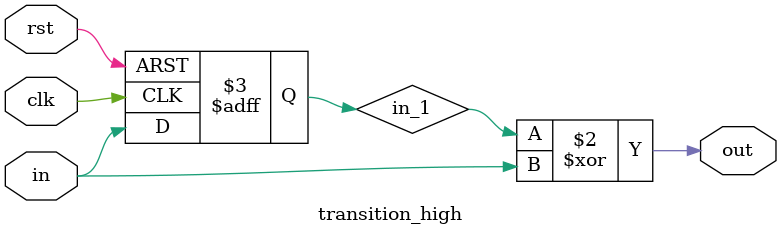
<source format=v>
`timescale 1ns / 1ps


module transition_high(input wire in, input wire rst, 
input wire clk, output wire out);
reg in_1; //Intermediate variable
// Module to indicate 0->1 or 1->0 transition in o/p
// O/P high only for 1 CLK
always @(posedge clk or negedge rst)
begin
if (rst)
    begin
        in_1 <= in;
    end
else
    begin
        in_1 <= 1'b0;
    end
end

// Out is XOR of in_1 and in to ensure o/p is high only for 1 CLK
assign out = in_1 ^ in;

endmodule
</source>
